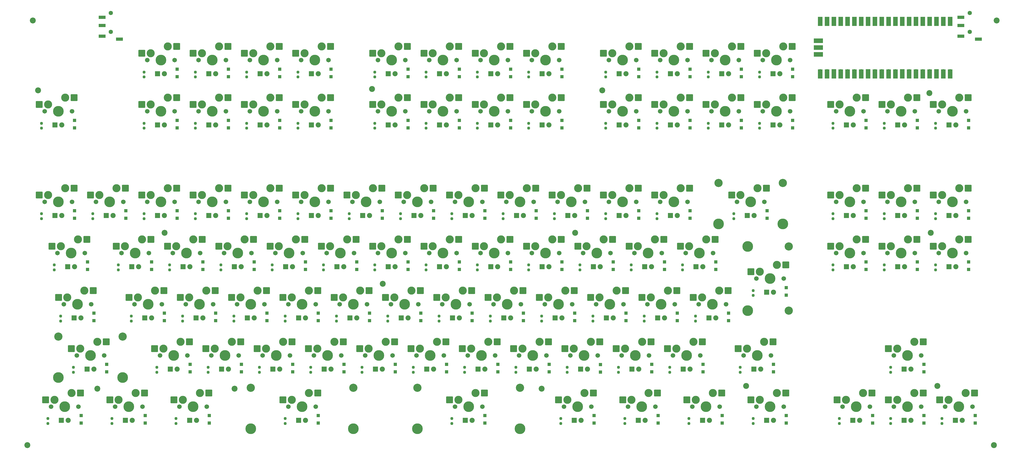
<source format=gbs>
G04 #@! TF.GenerationSoftware,KiCad,Pcbnew,7.0.6*
G04 #@! TF.CreationDate,2023-11-12T21:08:56+01:00*
G04 #@! TF.ProjectId,main,6d61696e-2e6b-4696-9361-645f70636258,rev?*
G04 #@! TF.SameCoordinates,Original*
G04 #@! TF.FileFunction,Soldermask,Bot*
G04 #@! TF.FilePolarity,Negative*
%FSLAX46Y46*%
G04 Gerber Fmt 4.6, Leading zero omitted, Abs format (unit mm)*
G04 Created by KiCad (PCBNEW 7.0.6) date 2023-11-12 21:08:56*
%MOMM*%
%LPD*%
G01*
G04 APERTURE LIST*
G04 Aperture macros list*
%AMRoundRect*
0 Rectangle with rounded corners*
0 $1 Rounding radius*
0 $2 $3 $4 $5 $6 $7 $8 $9 X,Y pos of 4 corners*
0 Add a 4 corners polygon primitive as box body*
4,1,4,$2,$3,$4,$5,$6,$7,$8,$9,$2,$3,0*
0 Add four circle primitives for the rounded corners*
1,1,$1+$1,$2,$3*
1,1,$1+$1,$4,$5*
1,1,$1+$1,$6,$7*
1,1,$1+$1,$8,$9*
0 Add four rect primitives between the rounded corners*
20,1,$1+$1,$2,$3,$4,$5,0*
20,1,$1+$1,$4,$5,$6,$7,0*
20,1,$1+$1,$6,$7,$8,$9,0*
20,1,$1+$1,$8,$9,$2,$3,0*%
G04 Aperture macros list end*
%ADD10R,1.905000X1.905000*%
%ADD11C,1.905000*%
%ADD12C,2.200000*%
%ADD13C,1.701800*%
%ADD14C,3.000000*%
%ADD15C,3.987800*%
%ADD16RoundRect,0.200000X-1.075000X-1.050000X1.075000X-1.050000X1.075000X1.050000X-1.075000X1.050000X0*%
%ADD17C,3.048000*%
%ADD18RoundRect,0.237500X0.237500X-0.250000X0.237500X0.250000X-0.237500X0.250000X-0.237500X-0.250000X0*%
%ADD19R,1.200000X1.200000*%
%ADD20C,1.600000*%
%ADD21R,2.500000X1.200000*%
%ADD22O,1.700000X1.700000*%
%ADD23R,1.700000X3.500000*%
%ADD24R,1.700000X1.700000*%
%ADD25R,3.500000X1.700000*%
G04 APERTURE END LIST*
D10*
X278765000Y-121920000D03*
D11*
X281305000Y-121920000D03*
D12*
X34397500Y-56330000D03*
X221397500Y-167330000D03*
D13*
X170180000Y-97790000D03*
D14*
X171450000Y-95250000D03*
D15*
X175260000Y-97790000D03*
D14*
X177800000Y-92710000D03*
D13*
X180340000Y-97790000D03*
D16*
X168175000Y-95250000D03*
X181102000Y-92710000D03*
D13*
X217805000Y-116840000D03*
D14*
X219075000Y-114300000D03*
D15*
X222885000Y-116840000D03*
D14*
X225425000Y-111760000D03*
D13*
X227965000Y-116840000D03*
D16*
X215800000Y-114300000D03*
X228727000Y-111760000D03*
D12*
X243897500Y-56330000D03*
D13*
X74930000Y-45115000D03*
D14*
X76200000Y-42575000D03*
D15*
X80010000Y-45115000D03*
D14*
X82550000Y-40035000D03*
D13*
X85090000Y-45115000D03*
D16*
X72925000Y-42575000D03*
X85852000Y-40035000D03*
D10*
X164465000Y-69245000D03*
D11*
X167005000Y-69245000D03*
D13*
X352224000Y-154940000D03*
D14*
X353494000Y-152400000D03*
D15*
X357304000Y-154940000D03*
D14*
X359844000Y-149860000D03*
D13*
X362384000Y-154940000D03*
D16*
X350219000Y-152400000D03*
X363146000Y-149860000D03*
D13*
X241617500Y-135890000D03*
D14*
X242887500Y-133350000D03*
D15*
X246697500Y-135890000D03*
D14*
X249237500Y-130810000D03*
D13*
X251777500Y-135890000D03*
D16*
X239612500Y-133350000D03*
X252539500Y-130810000D03*
D13*
X179705000Y-64165000D03*
D14*
X180975000Y-61625000D03*
D15*
X184785000Y-64165000D03*
D14*
X187325000Y-59085000D03*
D13*
X189865000Y-64165000D03*
D16*
X177700000Y-61625000D03*
X190627000Y-59085000D03*
D12*
X56397500Y-167330000D03*
D10*
X288290000Y-69245000D03*
D11*
X290830000Y-69245000D03*
D10*
X288290000Y-50195000D03*
D11*
X290830000Y-50195000D03*
D13*
X136842500Y-154940000D03*
D14*
X138112500Y-152400000D03*
D15*
X141922500Y-154940000D03*
D14*
X144462500Y-149860000D03*
D13*
X147002500Y-154940000D03*
D16*
X134837500Y-152400000D03*
X147764500Y-149860000D03*
D10*
X93027500Y-140970000D03*
D11*
X95567500Y-140970000D03*
D10*
X353653000Y-102870000D03*
D11*
X356193000Y-102870000D03*
D10*
X121602500Y-160020000D03*
D11*
X124142500Y-160020000D03*
D13*
X349843000Y-64165000D03*
D14*
X351113000Y-61625000D03*
D15*
X354923000Y-64165000D03*
D14*
X357463000Y-59085000D03*
D13*
X360003000Y-64165000D03*
D16*
X347838000Y-61625000D03*
X360765000Y-59085000D03*
D13*
X160655000Y-45115000D03*
D14*
X161925000Y-42575000D03*
D15*
X165735000Y-45115000D03*
D14*
X168275000Y-40035000D03*
D13*
X170815000Y-45115000D03*
D16*
X158650000Y-42575000D03*
X171577000Y-40035000D03*
D10*
X88265000Y-121920000D03*
D11*
X90805000Y-121920000D03*
D10*
X135890000Y-50195000D03*
D11*
X138430000Y-50195000D03*
D10*
X116840000Y-102870000D03*
D11*
X119380000Y-102870000D03*
D10*
X356034000Y-179070000D03*
D11*
X358574000Y-179070000D03*
D10*
X52546250Y-160020000D03*
D11*
X55086250Y-160020000D03*
D13*
X217805000Y-45115000D03*
D14*
X219075000Y-42575000D03*
D15*
X222885000Y-45115000D03*
D14*
X225425000Y-40035000D03*
D13*
X227965000Y-45115000D03*
D16*
X215800000Y-42575000D03*
X228727000Y-40035000D03*
D10*
X281146250Y-179070000D03*
D11*
X283686250Y-179070000D03*
D10*
X334603000Y-69245000D03*
D11*
X337143000Y-69245000D03*
D13*
X296386250Y-154940000D03*
D14*
X297656250Y-152400000D03*
D15*
X301466250Y-154940000D03*
D14*
X304006250Y-149860000D03*
D13*
X306546250Y-154940000D03*
D16*
X294381250Y-152400000D03*
X307308250Y-149860000D03*
D13*
X213042500Y-154940000D03*
D14*
X214312500Y-152400000D03*
D15*
X218122500Y-154940000D03*
D14*
X220662500Y-149860000D03*
D13*
X223202500Y-154940000D03*
D16*
X211037500Y-152400000D03*
X223964500Y-149860000D03*
D13*
X141605000Y-116840000D03*
D14*
X142875000Y-114300000D03*
D15*
X146685000Y-116840000D03*
D14*
X149225000Y-111760000D03*
D13*
X151765000Y-116840000D03*
D16*
X139600000Y-114300000D03*
X152527000Y-111760000D03*
D13*
X179705000Y-45115000D03*
D14*
X180975000Y-42575000D03*
D15*
X184785000Y-45115000D03*
D14*
X187325000Y-40035000D03*
D13*
X189865000Y-45115000D03*
D16*
X177700000Y-42575000D03*
X190627000Y-40035000D03*
D10*
X300196250Y-160020000D03*
D11*
X302736250Y-160020000D03*
D13*
X198755000Y-64165000D03*
D14*
X200025000Y-61625000D03*
D15*
X203835000Y-64165000D03*
D14*
X206375000Y-59085000D03*
D13*
X208915000Y-64165000D03*
D16*
X196750000Y-61625000D03*
X209677000Y-59085000D03*
D13*
X127317500Y-135890000D03*
D14*
X128587500Y-133350000D03*
D15*
X132397500Y-135890000D03*
D14*
X134937500Y-130810000D03*
D13*
X137477500Y-135890000D03*
D16*
X125312500Y-133350000D03*
X138239500Y-130810000D03*
D10*
X372703000Y-69245000D03*
D11*
X375243000Y-69245000D03*
D10*
X193040000Y-102870000D03*
D11*
X195580000Y-102870000D03*
D10*
X116840000Y-69245000D03*
D11*
X119380000Y-69245000D03*
D13*
X333174000Y-173990000D03*
D14*
X334444000Y-171450000D03*
D15*
X338254000Y-173990000D03*
D14*
X340794000Y-168910000D03*
D13*
X343334000Y-173990000D03*
D16*
X331169000Y-171450000D03*
X344096000Y-168910000D03*
D13*
X93980000Y-45115000D03*
D14*
X95250000Y-42575000D03*
D15*
X99060000Y-45115000D03*
D14*
X101600000Y-40035000D03*
D13*
X104140000Y-45115000D03*
D16*
X91975000Y-42575000D03*
X104902000Y-40035000D03*
D13*
X122555000Y-116840000D03*
D14*
X123825000Y-114300000D03*
D15*
X127635000Y-116840000D03*
D14*
X130175000Y-111760000D03*
D13*
X132715000Y-116840000D03*
D16*
X120550000Y-114300000D03*
X133477000Y-111760000D03*
D10*
X78740000Y-50195000D03*
D11*
X81280000Y-50195000D03*
D12*
X107397500Y-167330000D03*
X365397500Y-57330000D03*
D17*
X175260000Y-167005000D03*
D15*
X175260000Y-182245000D03*
D13*
X189230000Y-173990000D03*
D14*
X190500000Y-171450000D03*
D15*
X194310000Y-173990000D03*
D14*
X196850000Y-168910000D03*
D13*
X199390000Y-173990000D03*
D17*
X213360000Y-167005000D03*
D15*
X213360000Y-182245000D03*
D16*
X187225000Y-171450000D03*
X200152000Y-168910000D03*
D13*
X265430000Y-97790000D03*
D14*
X266700000Y-95250000D03*
D15*
X270510000Y-97790000D03*
D14*
X273050000Y-92710000D03*
D13*
X275590000Y-97790000D03*
D16*
X263425000Y-95250000D03*
X276352000Y-92710000D03*
D13*
X113030000Y-45115000D03*
D14*
X114300000Y-42575000D03*
D15*
X118110000Y-45115000D03*
D14*
X120650000Y-40035000D03*
D13*
X123190000Y-45115000D03*
D16*
X111025000Y-42575000D03*
X123952000Y-40035000D03*
D13*
X160655000Y-116840000D03*
D14*
X161925000Y-114300000D03*
D15*
X165735000Y-116840000D03*
D14*
X168275000Y-111760000D03*
D13*
X170815000Y-116840000D03*
D16*
X158650000Y-114300000D03*
X171577000Y-111760000D03*
D10*
X202565000Y-69245000D03*
D11*
X205105000Y-69245000D03*
D13*
X63023750Y-173990000D03*
D14*
X64293750Y-171450000D03*
D15*
X68103750Y-173990000D03*
D14*
X70643750Y-168910000D03*
D13*
X73183750Y-173990000D03*
D16*
X61018750Y-171450000D03*
X73945750Y-168910000D03*
D10*
X250190000Y-50195000D03*
D11*
X252730000Y-50195000D03*
D13*
X93980000Y-64165000D03*
D14*
X95250000Y-61625000D03*
D15*
X99060000Y-64165000D03*
D14*
X101600000Y-59085000D03*
D13*
X104140000Y-64165000D03*
D16*
X91975000Y-61625000D03*
X104902000Y-59085000D03*
D10*
X131127500Y-179070000D03*
D11*
X133667500Y-179070000D03*
D10*
X188277500Y-140970000D03*
D11*
X190817500Y-140970000D03*
D13*
X232092500Y-154940000D03*
D14*
X233362500Y-152400000D03*
D15*
X237172500Y-154940000D03*
D14*
X239712500Y-149860000D03*
D13*
X242252500Y-154940000D03*
D16*
X230087500Y-152400000D03*
X243014500Y-149860000D03*
D10*
X173990000Y-102870000D03*
D11*
X176530000Y-102870000D03*
D10*
X102552500Y-160020000D03*
D11*
X105092500Y-160020000D03*
D13*
X165417500Y-135890000D03*
D14*
X166687500Y-133350000D03*
D15*
X170497500Y-135890000D03*
D14*
X173037500Y-130810000D03*
D13*
X175577500Y-135890000D03*
D16*
X163412500Y-133350000D03*
X176339500Y-130810000D03*
D10*
X45402500Y-121920000D03*
D11*
X47942500Y-121920000D03*
D17*
X113347500Y-167005000D03*
D15*
X113347500Y-182245000D03*
D13*
X127317500Y-173990000D03*
D14*
X128587500Y-171450000D03*
D15*
X132397500Y-173990000D03*
D14*
X134937500Y-168910000D03*
D13*
X137477500Y-173990000D03*
D17*
X151447500Y-167005000D03*
D15*
X151447500Y-182245000D03*
D16*
X125312500Y-171450000D03*
X138239500Y-168910000D03*
D10*
X164465000Y-50195000D03*
D11*
X167005000Y-50195000D03*
D10*
X140652500Y-160020000D03*
D11*
X143192500Y-160020000D03*
D10*
X202565000Y-121920000D03*
D11*
X205105000Y-121920000D03*
D10*
X97790000Y-69245000D03*
D11*
X100330000Y-69245000D03*
D10*
X193040000Y-179070000D03*
D11*
X195580000Y-179070000D03*
D10*
X212090000Y-102870000D03*
D11*
X214630000Y-102870000D03*
D13*
X74930000Y-64165000D03*
D14*
X76200000Y-61625000D03*
D15*
X80010000Y-64165000D03*
D14*
X82550000Y-59085000D03*
D13*
X85090000Y-64165000D03*
D16*
X72925000Y-61625000D03*
X85852000Y-59085000D03*
D13*
X70167500Y-135890000D03*
D14*
X71437500Y-133350000D03*
D15*
X75247500Y-135890000D03*
D14*
X77787500Y-130810000D03*
D13*
X80327500Y-135890000D03*
D16*
X68162500Y-133350000D03*
X81089500Y-130810000D03*
D13*
X265430000Y-64165000D03*
D14*
X266700000Y-61625000D03*
D15*
X270510000Y-64165000D03*
D14*
X273050000Y-59085000D03*
D13*
X275590000Y-64165000D03*
D16*
X263425000Y-61625000D03*
X276352000Y-59085000D03*
D10*
X59690000Y-102870000D03*
D11*
X62230000Y-102870000D03*
D10*
X112077500Y-140970000D03*
D11*
X114617500Y-140970000D03*
D10*
X150177500Y-140970000D03*
D11*
X152717500Y-140970000D03*
D12*
X297397500Y-166330000D03*
D13*
X222567500Y-135890000D03*
D14*
X223837500Y-133350000D03*
D15*
X227647500Y-135890000D03*
D14*
X230187500Y-130810000D03*
D13*
X232727500Y-135890000D03*
D16*
X220562500Y-133350000D03*
X233489500Y-130810000D03*
D13*
X79692500Y-154940000D03*
D14*
X80962500Y-152400000D03*
D15*
X84772500Y-154940000D03*
D14*
X87312500Y-149860000D03*
D13*
X89852500Y-154940000D03*
D16*
X77687500Y-152400000D03*
X90614500Y-149860000D03*
D13*
X251142500Y-154940000D03*
D14*
X252412500Y-152400000D03*
D15*
X256222500Y-154940000D03*
D14*
X258762500Y-149860000D03*
D13*
X261302500Y-154940000D03*
D16*
X249137500Y-152400000D03*
X262064500Y-149860000D03*
D13*
X246380000Y-45115000D03*
D14*
X247650000Y-42575000D03*
D15*
X251460000Y-45115000D03*
D14*
X254000000Y-40035000D03*
D13*
X256540000Y-45115000D03*
D16*
X244375000Y-42575000D03*
X257302000Y-40035000D03*
D13*
X217805000Y-64165000D03*
D14*
X219075000Y-61625000D03*
D15*
X222885000Y-64165000D03*
D14*
X225425000Y-59085000D03*
D13*
X227965000Y-64165000D03*
D16*
X215800000Y-61625000D03*
X228727000Y-59085000D03*
D10*
X250190000Y-102870000D03*
D11*
X252730000Y-102870000D03*
D10*
X145415000Y-121920000D03*
D11*
X147955000Y-121920000D03*
D10*
X135890000Y-69245000D03*
D11*
X138430000Y-69245000D03*
D13*
X265430000Y-45115000D03*
D14*
X266700000Y-42575000D03*
D15*
X270510000Y-45115000D03*
D14*
X273050000Y-40035000D03*
D13*
X275590000Y-45115000D03*
D16*
X263425000Y-42575000D03*
X276352000Y-40035000D03*
D13*
X330793000Y-116840000D03*
D14*
X332063000Y-114300000D03*
D15*
X335873000Y-116840000D03*
D14*
X338413000Y-111760000D03*
D13*
X340953000Y-116840000D03*
D16*
X328788000Y-114300000D03*
X341715000Y-111760000D03*
D10*
X221615000Y-50195000D03*
D11*
X224155000Y-50195000D03*
D13*
X277336250Y-173990000D03*
D14*
X278606250Y-171450000D03*
D15*
X282416250Y-173990000D03*
D14*
X284956250Y-168910000D03*
D13*
X287496250Y-173990000D03*
D16*
X275331250Y-171450000D03*
X288258250Y-168910000D03*
D13*
X368893000Y-97790000D03*
D14*
X370163000Y-95250000D03*
D15*
X373973000Y-97790000D03*
D14*
X376513000Y-92710000D03*
D13*
X379053000Y-97790000D03*
D16*
X366888000Y-95250000D03*
X379815000Y-92710000D03*
D10*
X297815000Y-102870000D03*
D11*
X300355000Y-102870000D03*
D13*
X349843000Y-97790000D03*
D14*
X351113000Y-95250000D03*
D15*
X354923000Y-97790000D03*
D14*
X357463000Y-92710000D03*
D13*
X360003000Y-97790000D03*
D16*
X347838000Y-95250000D03*
X360765000Y-92710000D03*
D13*
X86836250Y-173990000D03*
D14*
X88106250Y-171450000D03*
D15*
X91916250Y-173990000D03*
D14*
X94456250Y-168910000D03*
D13*
X96996250Y-173990000D03*
D16*
X84831250Y-171450000D03*
X97758250Y-168910000D03*
D10*
X97790000Y-50195000D03*
D11*
X100330000Y-50195000D03*
D13*
X55880000Y-97790000D03*
D14*
X57150000Y-95250000D03*
D15*
X60960000Y-97790000D03*
D14*
X63500000Y-92710000D03*
D13*
X66040000Y-97790000D03*
D16*
X53875000Y-95250000D03*
X66802000Y-92710000D03*
D10*
X47783750Y-140970000D03*
D11*
X50323750Y-140970000D03*
D10*
X304958750Y-131445000D03*
D11*
X307498750Y-131445000D03*
D13*
X255905000Y-116840000D03*
D14*
X257175000Y-114300000D03*
D15*
X260985000Y-116840000D03*
D14*
X263525000Y-111760000D03*
D13*
X266065000Y-116840000D03*
D16*
X253900000Y-114300000D03*
X266827000Y-111760000D03*
D13*
X160655000Y-64165000D03*
D14*
X161925000Y-61625000D03*
D15*
X165735000Y-64165000D03*
D14*
X168275000Y-59085000D03*
D13*
X170815000Y-64165000D03*
D16*
X158650000Y-61625000D03*
X171577000Y-59085000D03*
D13*
X65405000Y-116840000D03*
D14*
X66675000Y-114300000D03*
D15*
X70485000Y-116840000D03*
D14*
X73025000Y-111760000D03*
D13*
X75565000Y-116840000D03*
D16*
X63400000Y-114300000D03*
X76327000Y-111760000D03*
D10*
X159702500Y-160020000D03*
D11*
X162242500Y-160020000D03*
D13*
X132080000Y-64165000D03*
D14*
X133350000Y-61625000D03*
D15*
X137160000Y-64165000D03*
D14*
X139700000Y-59085000D03*
D13*
X142240000Y-64165000D03*
D16*
X130075000Y-61625000D03*
X143002000Y-59085000D03*
D10*
X40640000Y-102870000D03*
D11*
X43180000Y-102870000D03*
D10*
X269240000Y-102870000D03*
D11*
X271780000Y-102870000D03*
D10*
X183515000Y-69245000D03*
D11*
X186055000Y-69245000D03*
D13*
X198755000Y-116840000D03*
D14*
X200025000Y-114300000D03*
D15*
X203835000Y-116840000D03*
D14*
X206375000Y-111760000D03*
D13*
X208915000Y-116840000D03*
D16*
X196750000Y-114300000D03*
X209677000Y-111760000D03*
D13*
X301148750Y-173990000D03*
D14*
X302418750Y-171450000D03*
D15*
X306228750Y-173990000D03*
D14*
X308768750Y-168910000D03*
D13*
X311308750Y-173990000D03*
D16*
X299143750Y-171450000D03*
X312070750Y-168910000D03*
D10*
X78740000Y-102870000D03*
D11*
X81280000Y-102870000D03*
D10*
X307340000Y-69245000D03*
D11*
X309880000Y-69245000D03*
D10*
X233521250Y-179070000D03*
D11*
X236061250Y-179070000D03*
D10*
X183515000Y-50195000D03*
D11*
X186055000Y-50195000D03*
D13*
X349843000Y-116840000D03*
D14*
X351113000Y-114300000D03*
D15*
X354923000Y-116840000D03*
D14*
X357463000Y-111760000D03*
D13*
X360003000Y-116840000D03*
D16*
X347838000Y-114300000D03*
X360765000Y-111760000D03*
D10*
X216852500Y-160020000D03*
D11*
X219392500Y-160020000D03*
D10*
X269240000Y-69245000D03*
D11*
X271780000Y-69245000D03*
D13*
X132080000Y-97790000D03*
D14*
X133350000Y-95250000D03*
D15*
X137160000Y-97790000D03*
D14*
X139700000Y-92710000D03*
D13*
X142240000Y-97790000D03*
D16*
X130075000Y-95250000D03*
X143002000Y-92710000D03*
D10*
X83502500Y-160020000D03*
D11*
X86042500Y-160020000D03*
D10*
X356034000Y-160020000D03*
D11*
X358574000Y-160020000D03*
D12*
X390397500Y-30330000D03*
D10*
X336984000Y-179070000D03*
D11*
X339524000Y-179070000D03*
D13*
X246380000Y-64165000D03*
D14*
X247650000Y-61625000D03*
D15*
X251460000Y-64165000D03*
D14*
X254000000Y-59085000D03*
D13*
X256540000Y-64165000D03*
D16*
X244375000Y-61625000D03*
X257302000Y-59085000D03*
D13*
X368893000Y-116840000D03*
D14*
X370163000Y-114300000D03*
D15*
X373973000Y-116840000D03*
D14*
X376513000Y-111760000D03*
D13*
X379053000Y-116840000D03*
D16*
X366888000Y-114300000D03*
X379815000Y-111760000D03*
D10*
X126365000Y-121920000D03*
D11*
X128905000Y-121920000D03*
D12*
X162397500Y-128330000D03*
D10*
X169227500Y-140970000D03*
D11*
X171767500Y-140970000D03*
D17*
X41878250Y-147955000D03*
D15*
X41878250Y-163195000D03*
D13*
X48736250Y-154940000D03*
D14*
X50006250Y-152400000D03*
D15*
X53816250Y-154940000D03*
D14*
X56356250Y-149860000D03*
D13*
X58896250Y-154940000D03*
D17*
X65754250Y-147955000D03*
D15*
X65754250Y-163195000D03*
D16*
X46731250Y-152400000D03*
X59658250Y-149860000D03*
D10*
X107315000Y-121920000D03*
D11*
X109855000Y-121920000D03*
D10*
X207327500Y-140970000D03*
D11*
X209867500Y-140970000D03*
D10*
X131127500Y-140970000D03*
D11*
X133667500Y-140970000D03*
D13*
X330793000Y-97790000D03*
D14*
X332063000Y-95250000D03*
D15*
X335873000Y-97790000D03*
D14*
X338413000Y-92710000D03*
D13*
X340953000Y-97790000D03*
D16*
X328788000Y-95250000D03*
X341715000Y-92710000D03*
D10*
X73977500Y-140970000D03*
D11*
X76517500Y-140970000D03*
D10*
X254952500Y-160020000D03*
D11*
X257492500Y-160020000D03*
D10*
X90646250Y-179070000D03*
D11*
X93186250Y-179070000D03*
D13*
X89217500Y-135890000D03*
D14*
X90487500Y-133350000D03*
D15*
X94297500Y-135890000D03*
D14*
X96837500Y-130810000D03*
D13*
X99377500Y-135890000D03*
D16*
X87212500Y-133350000D03*
X100139500Y-130810000D03*
D13*
X279717500Y-135890000D03*
D14*
X280987500Y-133350000D03*
D15*
X284797500Y-135890000D03*
D14*
X287337500Y-130810000D03*
D13*
X289877500Y-135890000D03*
D16*
X277712500Y-133350000D03*
X290639500Y-130810000D03*
D10*
X259715000Y-121920000D03*
D11*
X262255000Y-121920000D03*
D10*
X231140000Y-102870000D03*
D11*
X233680000Y-102870000D03*
D13*
X184467500Y-135890000D03*
D14*
X185737500Y-133350000D03*
D15*
X189547500Y-135890000D03*
D14*
X192087500Y-130810000D03*
D13*
X194627500Y-135890000D03*
D16*
X182462500Y-133350000D03*
X195389500Y-130810000D03*
D13*
X352224000Y-173990000D03*
D14*
X353494000Y-171450000D03*
D15*
X357304000Y-173990000D03*
D14*
X359844000Y-168910000D03*
D13*
X362384000Y-173990000D03*
D16*
X350219000Y-171450000D03*
X363146000Y-168910000D03*
D10*
X250190000Y-69245000D03*
D11*
X252730000Y-69245000D03*
D10*
X257333750Y-179070000D03*
D11*
X259873750Y-179070000D03*
D10*
X353653000Y-69245000D03*
D11*
X356193000Y-69245000D03*
D12*
X389397500Y-188330000D03*
D13*
X193992500Y-154940000D03*
D14*
X195262500Y-152400000D03*
D15*
X199072500Y-154940000D03*
D14*
X201612500Y-149860000D03*
D13*
X204152500Y-154940000D03*
D16*
X191987500Y-152400000D03*
X204914500Y-149860000D03*
D10*
X372703000Y-102870000D03*
D11*
X375243000Y-102870000D03*
D13*
X43973750Y-135890000D03*
D14*
X45243750Y-133350000D03*
D15*
X49053750Y-135890000D03*
D14*
X51593750Y-130810000D03*
D13*
X54133750Y-135890000D03*
D16*
X41968750Y-133350000D03*
X54895750Y-130810000D03*
D10*
X164465000Y-121920000D03*
D11*
X167005000Y-121920000D03*
D17*
X287147000Y-90805000D03*
D15*
X287147000Y-106045000D03*
D13*
X294005000Y-97790000D03*
D14*
X295275000Y-95250000D03*
D15*
X299085000Y-97790000D03*
D14*
X301625000Y-92710000D03*
D13*
X304165000Y-97790000D03*
D17*
X311023000Y-90805000D03*
D15*
X311023000Y-106045000D03*
D16*
X292000000Y-95250000D03*
X304927000Y-92710000D03*
D10*
X334603000Y-102870000D03*
D11*
X337143000Y-102870000D03*
D13*
X155892500Y-154940000D03*
D14*
X157162500Y-152400000D03*
D15*
X160972500Y-154940000D03*
D14*
X163512500Y-149860000D03*
D13*
X166052500Y-154940000D03*
D16*
X153887500Y-152400000D03*
X166814500Y-149860000D03*
D13*
X229711250Y-173990000D03*
D14*
X230981250Y-171450000D03*
D15*
X234791250Y-173990000D03*
D14*
X237331250Y-168910000D03*
D13*
X239871250Y-173990000D03*
D16*
X227706250Y-171450000D03*
X240633250Y-168910000D03*
D13*
X284480000Y-45115000D03*
D14*
X285750000Y-42575000D03*
D15*
X289560000Y-45115000D03*
D14*
X292100000Y-40035000D03*
D13*
X294640000Y-45115000D03*
D16*
X282475000Y-42575000D03*
X295402000Y-40035000D03*
D15*
X297973750Y-114427000D03*
X297973750Y-138303000D03*
D13*
X301148750Y-126365000D03*
D14*
X302418750Y-123825000D03*
D15*
X306228750Y-126365000D03*
D14*
X308768750Y-121285000D03*
D13*
X311308750Y-126365000D03*
D17*
X313213750Y-114427000D03*
X313213750Y-138303000D03*
D16*
X299143750Y-123825000D03*
X312070750Y-121285000D03*
D10*
X245427500Y-140970000D03*
D11*
X247967500Y-140970000D03*
D12*
X81397500Y-109330000D03*
D10*
X353653000Y-121920000D03*
D11*
X356193000Y-121920000D03*
D10*
X283527500Y-140970000D03*
D11*
X286067500Y-140970000D03*
D10*
X221615000Y-69245000D03*
D11*
X224155000Y-69245000D03*
D13*
X151130000Y-97790000D03*
D14*
X152400000Y-95250000D03*
D15*
X156210000Y-97790000D03*
D14*
X158750000Y-92710000D03*
D13*
X161290000Y-97790000D03*
D16*
X149125000Y-95250000D03*
X162052000Y-92710000D03*
D13*
X117792500Y-154940000D03*
D14*
X119062500Y-152400000D03*
D15*
X122872500Y-154940000D03*
D14*
X125412500Y-149860000D03*
D13*
X127952500Y-154940000D03*
D16*
X115787500Y-152400000D03*
X128714500Y-149860000D03*
D10*
X235902500Y-160020000D03*
D11*
X238442500Y-160020000D03*
D13*
X203517500Y-135890000D03*
D14*
X204787500Y-133350000D03*
D15*
X208597500Y-135890000D03*
D14*
X211137500Y-130810000D03*
D13*
X213677500Y-135890000D03*
D16*
X201512500Y-133350000D03*
X214439500Y-130810000D03*
D13*
X84455000Y-116840000D03*
D14*
X85725000Y-114300000D03*
D15*
X89535000Y-116840000D03*
D14*
X92075000Y-111760000D03*
D13*
X94615000Y-116840000D03*
D16*
X82450000Y-114300000D03*
X95377000Y-111760000D03*
D13*
X93980000Y-97790000D03*
D14*
X95250000Y-95250000D03*
D15*
X99060000Y-97790000D03*
D14*
X101600000Y-92710000D03*
D13*
X104140000Y-97790000D03*
D16*
X91975000Y-95250000D03*
X104902000Y-92710000D03*
D10*
X240665000Y-121920000D03*
D11*
X243205000Y-121920000D03*
D13*
X179705000Y-116840000D03*
D14*
X180975000Y-114300000D03*
D15*
X184785000Y-116840000D03*
D14*
X187325000Y-111760000D03*
D13*
X189865000Y-116840000D03*
D16*
X177700000Y-114300000D03*
X190627000Y-111760000D03*
D13*
X132080000Y-45115000D03*
D14*
X133350000Y-42575000D03*
D15*
X137160000Y-45115000D03*
D14*
X139700000Y-40035000D03*
D13*
X142240000Y-45115000D03*
D16*
X130075000Y-42575000D03*
X143002000Y-40035000D03*
D13*
X236855000Y-116840000D03*
D14*
X238125000Y-114300000D03*
D15*
X241935000Y-116840000D03*
D14*
X244475000Y-111760000D03*
D13*
X247015000Y-116840000D03*
D16*
X234850000Y-114300000D03*
X247777000Y-111760000D03*
D13*
X198755000Y-45115000D03*
D14*
X200025000Y-42575000D03*
D15*
X203835000Y-45115000D03*
D14*
X206375000Y-40035000D03*
D13*
X208915000Y-45115000D03*
D16*
X196750000Y-42575000D03*
X209677000Y-40035000D03*
D10*
X264477500Y-140970000D03*
D11*
X267017500Y-140970000D03*
D10*
X97790000Y-102870000D03*
D11*
X100330000Y-102870000D03*
D13*
X368893000Y-64165000D03*
D14*
X370163000Y-61625000D03*
D15*
X373973000Y-64165000D03*
D14*
X376513000Y-59085000D03*
D13*
X379053000Y-64165000D03*
D16*
X366888000Y-61625000D03*
X379815000Y-59085000D03*
D13*
X36830000Y-97790000D03*
D14*
X38100000Y-95250000D03*
D15*
X41910000Y-97790000D03*
D14*
X44450000Y-92710000D03*
D13*
X46990000Y-97790000D03*
D16*
X34825000Y-95250000D03*
X47752000Y-92710000D03*
D13*
X303530000Y-64165000D03*
D14*
X304800000Y-61625000D03*
D15*
X308610000Y-64165000D03*
D14*
X311150000Y-59085000D03*
D13*
X313690000Y-64165000D03*
D16*
X301525000Y-61625000D03*
X314452000Y-59085000D03*
D13*
X270192500Y-154940000D03*
D14*
X271462500Y-152400000D03*
D15*
X275272500Y-154940000D03*
D14*
X277812500Y-149860000D03*
D13*
X280352500Y-154940000D03*
D16*
X268187500Y-152400000D03*
X281114500Y-149860000D03*
D10*
X269240000Y-50195000D03*
D11*
X271780000Y-50195000D03*
D13*
X246380000Y-97790000D03*
D14*
X247650000Y-95250000D03*
D15*
X251460000Y-97790000D03*
D14*
X254000000Y-92710000D03*
D13*
X256540000Y-97790000D03*
D16*
X244375000Y-95250000D03*
X257302000Y-92710000D03*
D10*
X274002500Y-160020000D03*
D11*
X276542500Y-160020000D03*
D12*
X158397500Y-55830000D03*
D10*
X221615000Y-121920000D03*
D11*
X224155000Y-121920000D03*
D10*
X135890000Y-102870000D03*
D11*
X138430000Y-102870000D03*
D10*
X202565000Y-50195000D03*
D11*
X205105000Y-50195000D03*
D10*
X334603000Y-121920000D03*
D11*
X337143000Y-121920000D03*
D10*
X43021250Y-179070000D03*
D11*
X45561250Y-179070000D03*
D10*
X226377500Y-140970000D03*
D11*
X228917500Y-140970000D03*
D13*
X274955000Y-116840000D03*
D14*
X276225000Y-114300000D03*
D15*
X280035000Y-116840000D03*
D14*
X282575000Y-111760000D03*
D13*
X285115000Y-116840000D03*
D16*
X272950000Y-114300000D03*
X285877000Y-111760000D03*
D13*
X174942500Y-154940000D03*
D14*
X176212500Y-152400000D03*
D15*
X180022500Y-154940000D03*
D14*
X182562500Y-149860000D03*
D13*
X185102500Y-154940000D03*
D16*
X172937500Y-152400000D03*
X185864500Y-149860000D03*
D10*
X183515000Y-121920000D03*
D11*
X186055000Y-121920000D03*
D13*
X189230000Y-97790000D03*
D14*
X190500000Y-95250000D03*
D15*
X194310000Y-97790000D03*
D14*
X196850000Y-92710000D03*
D13*
X199390000Y-97790000D03*
D16*
X187225000Y-95250000D03*
X200152000Y-92710000D03*
D13*
X39211250Y-173990000D03*
D14*
X40481250Y-171450000D03*
D15*
X44291250Y-173990000D03*
D14*
X46831250Y-168910000D03*
D13*
X49371250Y-173990000D03*
D16*
X37206250Y-171450000D03*
X50133250Y-168910000D03*
D13*
X303530000Y-45115000D03*
D14*
X304800000Y-42575000D03*
D15*
X308610000Y-45115000D03*
D14*
X311150000Y-40035000D03*
D13*
X313690000Y-45115000D03*
D16*
X301525000Y-42575000D03*
X314452000Y-40035000D03*
D13*
X284480000Y-64165000D03*
D14*
X285750000Y-61625000D03*
D15*
X289560000Y-64165000D03*
D14*
X292100000Y-59085000D03*
D13*
X294640000Y-64165000D03*
D16*
X282475000Y-61625000D03*
X295402000Y-59085000D03*
D13*
X98742500Y-154940000D03*
D14*
X100012500Y-152400000D03*
D15*
X103822500Y-154940000D03*
D14*
X106362500Y-149860000D03*
D13*
X108902500Y-154940000D03*
D16*
X96737500Y-152400000D03*
X109664500Y-149860000D03*
D13*
X74930000Y-97790000D03*
D14*
X76200000Y-95250000D03*
D15*
X80010000Y-97790000D03*
D14*
X82550000Y-92710000D03*
D13*
X85090000Y-97790000D03*
D16*
X72925000Y-95250000D03*
X85852000Y-92710000D03*
D13*
X108267500Y-135890000D03*
D14*
X109537500Y-133350000D03*
D15*
X113347500Y-135890000D03*
D14*
X115887500Y-130810000D03*
D13*
X118427500Y-135890000D03*
D16*
X106262500Y-133350000D03*
X119189500Y-130810000D03*
D13*
X371274000Y-173990000D03*
D14*
X372544000Y-171450000D03*
D15*
X376354000Y-173990000D03*
D14*
X378894000Y-168910000D03*
D13*
X381434000Y-173990000D03*
D16*
X369269000Y-171450000D03*
X382196000Y-168910000D03*
D10*
X40640000Y-69245000D03*
D11*
X43180000Y-69245000D03*
D10*
X78740000Y-69245000D03*
D11*
X81280000Y-69245000D03*
D12*
X365897500Y-109330000D03*
D13*
X330793000Y-64165000D03*
D14*
X332063000Y-61625000D03*
D15*
X335873000Y-64165000D03*
D14*
X338413000Y-59085000D03*
D13*
X340953000Y-64165000D03*
D16*
X328788000Y-61625000D03*
X341715000Y-59085000D03*
D10*
X66833750Y-179070000D03*
D11*
X69373750Y-179070000D03*
D10*
X178752500Y-160020000D03*
D11*
X181292500Y-160020000D03*
D12*
X32397500Y-30330000D03*
D13*
X253523750Y-173990000D03*
D14*
X254793750Y-171450000D03*
D15*
X258603750Y-173990000D03*
D14*
X261143750Y-168910000D03*
D13*
X263683750Y-173990000D03*
D16*
X251518750Y-171450000D03*
X264445750Y-168910000D03*
D12*
X368397500Y-166330000D03*
X30397500Y-188330000D03*
D13*
X113030000Y-97790000D03*
D14*
X114300000Y-95250000D03*
D15*
X118110000Y-97790000D03*
D14*
X120650000Y-92710000D03*
D13*
X123190000Y-97790000D03*
D16*
X111025000Y-95250000D03*
X123952000Y-92710000D03*
D10*
X197802500Y-160020000D03*
D11*
X200342500Y-160020000D03*
D13*
X227330000Y-97790000D03*
D14*
X228600000Y-95250000D03*
D15*
X232410000Y-97790000D03*
D14*
X234950000Y-92710000D03*
D13*
X237490000Y-97790000D03*
D16*
X225325000Y-95250000D03*
X238252000Y-92710000D03*
D10*
X69215000Y-121920000D03*
D11*
X71755000Y-121920000D03*
D13*
X260667500Y-135890000D03*
D14*
X261937500Y-133350000D03*
D15*
X265747500Y-135890000D03*
D14*
X268287500Y-130810000D03*
D13*
X270827500Y-135890000D03*
D16*
X258662500Y-133350000D03*
X271589500Y-130810000D03*
D10*
X116840000Y-50195000D03*
D11*
X119380000Y-50195000D03*
D10*
X375084000Y-179070000D03*
D11*
X377624000Y-179070000D03*
D10*
X307340000Y-50195000D03*
D11*
X309880000Y-50195000D03*
D13*
X41592500Y-116840000D03*
D14*
X42862500Y-114300000D03*
D15*
X46672500Y-116840000D03*
D14*
X49212500Y-111760000D03*
D13*
X51752500Y-116840000D03*
D16*
X39587500Y-114300000D03*
X52514500Y-111760000D03*
D10*
X372703000Y-121920000D03*
D11*
X375243000Y-121920000D03*
D13*
X146367500Y-135890000D03*
D14*
X147637500Y-133350000D03*
D15*
X151447500Y-135890000D03*
D14*
X153987500Y-130810000D03*
D13*
X156527500Y-135890000D03*
D16*
X144362500Y-133350000D03*
X157289500Y-130810000D03*
D13*
X103505000Y-116840000D03*
D14*
X104775000Y-114300000D03*
D15*
X108585000Y-116840000D03*
D14*
X111125000Y-111760000D03*
D13*
X113665000Y-116840000D03*
D16*
X101500000Y-114300000D03*
X114427000Y-111760000D03*
D13*
X36830000Y-64165000D03*
D14*
X38100000Y-61625000D03*
D15*
X41910000Y-64165000D03*
D14*
X44450000Y-59085000D03*
D13*
X46990000Y-64165000D03*
D16*
X34825000Y-61625000D03*
X47752000Y-59085000D03*
D10*
X154940000Y-102870000D03*
D11*
X157480000Y-102870000D03*
D13*
X113030000Y-64165000D03*
D14*
X114300000Y-61625000D03*
D15*
X118110000Y-64165000D03*
D14*
X120650000Y-59085000D03*
D13*
X123190000Y-64165000D03*
D16*
X111025000Y-61625000D03*
X123952000Y-59085000D03*
D13*
X208280000Y-97790000D03*
D14*
X209550000Y-95250000D03*
D15*
X213360000Y-97790000D03*
D14*
X215900000Y-92710000D03*
D13*
X218440000Y-97790000D03*
D16*
X206275000Y-95250000D03*
X219202000Y-92710000D03*
D10*
X304958750Y-179070000D03*
D11*
X307498750Y-179070000D03*
D12*
X233897500Y-109330000D03*
D18*
X35640000Y-70427500D03*
X35640000Y-68602500D03*
X116602500Y-161202500D03*
X116602500Y-159377500D03*
D19*
X257510000Y-103930000D03*
X257510000Y-101130000D03*
X307516250Y-161080000D03*
X307516250Y-158280000D03*
X190835000Y-51255000D03*
X190835000Y-48455000D03*
D18*
X216615000Y-70427500D03*
X216615000Y-68602500D03*
X348653000Y-123102500D03*
X348653000Y-121277500D03*
D19*
X360973000Y-103930000D03*
X360973000Y-101130000D03*
D18*
X130890000Y-104052500D03*
X130890000Y-102227500D03*
X130890000Y-51377500D03*
X130890000Y-49552500D03*
D19*
X288466250Y-180130000D03*
X288466250Y-177330000D03*
D18*
X370084000Y-180252500D03*
X370084000Y-178427500D03*
D19*
X133685000Y-122980000D03*
X133685000Y-120180000D03*
D20*
X380397500Y-27580000D03*
X380397500Y-34580000D03*
D21*
X377147500Y-32180000D03*
X377147500Y-36180000D03*
X377147500Y-29180000D03*
X383647500Y-37280000D03*
D18*
X73740000Y-51377500D03*
X73740000Y-49552500D03*
D19*
X341923000Y-103930000D03*
X341923000Y-101130000D03*
D18*
X235665000Y-123102500D03*
X235665000Y-121277500D03*
X149940000Y-104052500D03*
X149940000Y-102227500D03*
X111840000Y-104052500D03*
X111840000Y-102227500D03*
X240427500Y-142152500D03*
X240427500Y-140327500D03*
D19*
X228935000Y-51255000D03*
X228935000Y-48455000D03*
D18*
X245190000Y-104052500D03*
X245190000Y-102227500D03*
D19*
X167022500Y-161080000D03*
X167022500Y-158280000D03*
X109872500Y-161080000D03*
X109872500Y-158280000D03*
D18*
X264240000Y-51377500D03*
X264240000Y-49552500D03*
X216615000Y-51377500D03*
X216615000Y-49552500D03*
X178515000Y-123102500D03*
X178515000Y-121277500D03*
D19*
X124160000Y-70305000D03*
X124160000Y-67505000D03*
D18*
X47546250Y-161202500D03*
X47546250Y-159377500D03*
X168990000Y-104052500D03*
X168990000Y-102227500D03*
D19*
X360973000Y-122980000D03*
X360973000Y-120180000D03*
X143210000Y-51255000D03*
X143210000Y-48455000D03*
D18*
X351034000Y-180252500D03*
X351034000Y-178427500D03*
X299958750Y-180252500D03*
X299958750Y-178427500D03*
D19*
X105110000Y-103930000D03*
X105110000Y-101130000D03*
X74153750Y-180130000D03*
X74153750Y-177330000D03*
X190835000Y-122980000D03*
X190835000Y-120180000D03*
D18*
X259477500Y-142152500D03*
X259477500Y-140327500D03*
X367703000Y-123102500D03*
X367703000Y-121277500D03*
X348653000Y-70427500D03*
X348653000Y-68602500D03*
X230902500Y-161202500D03*
X230902500Y-159377500D03*
X329603000Y-123102500D03*
X329603000Y-121277500D03*
X329603000Y-70427500D03*
X329603000Y-68602500D03*
D19*
X76535000Y-122980000D03*
X76535000Y-120180000D03*
D18*
X211852500Y-161202500D03*
X211852500Y-159377500D03*
X348653000Y-104052500D03*
X348653000Y-102227500D03*
D19*
X314660000Y-70305000D03*
X314660000Y-67505000D03*
D18*
X252333750Y-180252500D03*
X252333750Y-178427500D03*
D19*
X171785000Y-51255000D03*
X171785000Y-48455000D03*
X312278750Y-132505000D03*
X312278750Y-129705000D03*
D18*
X159465000Y-51377500D03*
X159465000Y-49552500D03*
D19*
X257510000Y-70305000D03*
X257510000Y-67505000D03*
X228935000Y-122980000D03*
X228935000Y-120180000D03*
D18*
X78502500Y-161202500D03*
X78502500Y-159377500D03*
X178515000Y-70427500D03*
X178515000Y-68602500D03*
D19*
X276560000Y-70305000D03*
X276560000Y-67505000D03*
D18*
X126127500Y-142152500D03*
X126127500Y-140327500D03*
D19*
X363354000Y-180130000D03*
X363354000Y-177330000D03*
D18*
X183277500Y-142152500D03*
X183277500Y-140327500D03*
X249952500Y-161202500D03*
X249952500Y-159377500D03*
D19*
X105110000Y-70305000D03*
X105110000Y-67505000D03*
X47960000Y-70305000D03*
X47960000Y-67505000D03*
X224172500Y-161080000D03*
X224172500Y-158280000D03*
X233697500Y-142030000D03*
X233697500Y-139230000D03*
D18*
X88027500Y-142152500D03*
X88027500Y-140327500D03*
X92790000Y-70427500D03*
X92790000Y-68602500D03*
X107077500Y-142152500D03*
X107077500Y-140327500D03*
X367703000Y-70427500D03*
X367703000Y-68602500D03*
X283290000Y-51377500D03*
X283290000Y-49552500D03*
X202327500Y-142152500D03*
X202327500Y-140327500D03*
D19*
X55103750Y-142030000D03*
X55103750Y-139230000D03*
D18*
X61833750Y-180252500D03*
X61833750Y-178427500D03*
X130890000Y-70427500D03*
X130890000Y-68602500D03*
D19*
X267035000Y-122980000D03*
X267035000Y-120180000D03*
X52722500Y-122980000D03*
X52722500Y-120180000D03*
D18*
X264240000Y-70427500D03*
X264240000Y-68602500D03*
X302340000Y-51377500D03*
X302340000Y-49552500D03*
X64215000Y-123102500D03*
X64215000Y-121277500D03*
D19*
X147972500Y-161080000D03*
X147972500Y-158280000D03*
D18*
X197565000Y-70427500D03*
X197565000Y-68602500D03*
X68977500Y-142152500D03*
X68977500Y-140327500D03*
D19*
X138447500Y-180130000D03*
X138447500Y-177330000D03*
D18*
X197565000Y-123102500D03*
X197565000Y-121277500D03*
X126127500Y-180252500D03*
X126127500Y-178427500D03*
D19*
X276560000Y-103930000D03*
X276560000Y-101130000D03*
X271797500Y-142030000D03*
X271797500Y-139230000D03*
D18*
X111840000Y-70427500D03*
X111840000Y-68602500D03*
X331984000Y-180252500D03*
X331984000Y-178427500D03*
D19*
X143210000Y-103930000D03*
X143210000Y-101130000D03*
D18*
X283290000Y-70427500D03*
X283290000Y-68602500D03*
X73740000Y-104052500D03*
X73740000Y-102227500D03*
X188040000Y-180252500D03*
X188040000Y-178427500D03*
X164227500Y-142152500D03*
X164227500Y-140327500D03*
D19*
X363354000Y-161080000D03*
X363354000Y-158280000D03*
D18*
X140415000Y-123102500D03*
X140415000Y-121277500D03*
X121365000Y-123102500D03*
X121365000Y-121277500D03*
D19*
X228935000Y-70305000D03*
X228935000Y-67505000D03*
D18*
X226140000Y-104052500D03*
X226140000Y-102227500D03*
D19*
X295610000Y-70305000D03*
X295610000Y-67505000D03*
X138447500Y-142030000D03*
X138447500Y-139230000D03*
X205122500Y-161080000D03*
X205122500Y-158280000D03*
X281322500Y-161080000D03*
X281322500Y-158280000D03*
X90822500Y-161080000D03*
X90822500Y-158280000D03*
X344304000Y-180130000D03*
X344304000Y-177330000D03*
D18*
X154702500Y-161202500D03*
X154702500Y-159377500D03*
D19*
X290847500Y-142030000D03*
X290847500Y-139230000D03*
D18*
X295196250Y-161202500D03*
X295196250Y-159377500D03*
D19*
X190835000Y-70305000D03*
X190835000Y-67505000D03*
X100347500Y-142030000D03*
X100347500Y-139230000D03*
X214647500Y-142030000D03*
X214647500Y-139230000D03*
X209885000Y-51255000D03*
X209885000Y-48455000D03*
D18*
X273765000Y-123102500D03*
X273765000Y-121277500D03*
X197565000Y-51377500D03*
X197565000Y-49552500D03*
D19*
X286085000Y-122980000D03*
X286085000Y-120180000D03*
D18*
X173752500Y-161202500D03*
X173752500Y-159377500D03*
D19*
X157497500Y-142030000D03*
X157497500Y-139230000D03*
X380023000Y-70305000D03*
X380023000Y-67505000D03*
D18*
X85646250Y-180252500D03*
X85646250Y-178427500D03*
D19*
X238460000Y-103930000D03*
X238460000Y-101130000D03*
D18*
X145177500Y-142152500D03*
X145177500Y-140327500D03*
X188040000Y-104052500D03*
X188040000Y-102227500D03*
D19*
X314660000Y-51255000D03*
X314660000Y-48455000D03*
X341923000Y-70305000D03*
X341923000Y-67505000D03*
D18*
X92790000Y-51377500D03*
X92790000Y-49552500D03*
X192802500Y-161202500D03*
X192802500Y-159377500D03*
D19*
X252747500Y-142040000D03*
X252747500Y-139240000D03*
X276560000Y-51255000D03*
X276560000Y-48455000D03*
X171785000Y-70305000D03*
X171785000Y-67505000D03*
D18*
X216615000Y-123102500D03*
X216615000Y-121277500D03*
X54690000Y-104052500D03*
X54690000Y-102227500D03*
D22*
X373097500Y-49330000D03*
D23*
X373097500Y-50230000D03*
D22*
X370557500Y-49330000D03*
D23*
X370557500Y-50230000D03*
D24*
X368017500Y-49330000D03*
D23*
X368017500Y-50230000D03*
D22*
X365477500Y-49330000D03*
D23*
X365477500Y-50230000D03*
D22*
X362937500Y-49330000D03*
D23*
X362937500Y-50230000D03*
D22*
X360397500Y-49330000D03*
D23*
X360397500Y-50230000D03*
D22*
X357857500Y-49330000D03*
D23*
X357857500Y-50230000D03*
D24*
X355317500Y-49330000D03*
D23*
X355317500Y-50230000D03*
D22*
X352777500Y-49330000D03*
D23*
X352777500Y-50230000D03*
D22*
X350237500Y-49330000D03*
D23*
X350237500Y-50230000D03*
D22*
X347697500Y-49330000D03*
D23*
X347697500Y-50230000D03*
D22*
X345157500Y-49330000D03*
D23*
X345157500Y-50230000D03*
D24*
X342617500Y-49330000D03*
D23*
X342617500Y-50230000D03*
D22*
X340077500Y-49330000D03*
D23*
X340077500Y-50230000D03*
D22*
X337537500Y-49330000D03*
D23*
X337537500Y-50230000D03*
D22*
X334997500Y-49330000D03*
D23*
X334997500Y-50230000D03*
D22*
X332457500Y-49330000D03*
D23*
X332457500Y-50230000D03*
D24*
X329917500Y-49330000D03*
D23*
X329917500Y-50230000D03*
D22*
X327377500Y-49330000D03*
D23*
X327377500Y-50230000D03*
D22*
X324837500Y-49330000D03*
D23*
X324837500Y-50230000D03*
D22*
X324837500Y-31550000D03*
D23*
X324837500Y-30650000D03*
D22*
X327377500Y-31550000D03*
D23*
X327377500Y-30650000D03*
D24*
X329917500Y-31550000D03*
D23*
X329917500Y-30650000D03*
D22*
X332457500Y-31550000D03*
D23*
X332457500Y-30650000D03*
D22*
X334997500Y-31550000D03*
D23*
X334997500Y-30650000D03*
D22*
X337537500Y-31550000D03*
D23*
X337537500Y-30650000D03*
D22*
X340077500Y-31550000D03*
D23*
X340077500Y-30650000D03*
D24*
X342617500Y-31550000D03*
D23*
X342617500Y-30650000D03*
D22*
X345157500Y-31550000D03*
D23*
X345157500Y-30650000D03*
D22*
X347697500Y-31550000D03*
D23*
X347697500Y-30650000D03*
D22*
X350237500Y-31550000D03*
D23*
X350237500Y-30650000D03*
D22*
X352777500Y-31550000D03*
D23*
X352777500Y-30650000D03*
D24*
X355317500Y-31550000D03*
D23*
X355317500Y-30650000D03*
D22*
X357857500Y-31550000D03*
D23*
X357857500Y-30650000D03*
D22*
X360397500Y-31550000D03*
D23*
X360397500Y-30650000D03*
D22*
X362937500Y-31550000D03*
D23*
X362937500Y-30650000D03*
D22*
X365477500Y-31550000D03*
D23*
X365477500Y-30650000D03*
D24*
X368017500Y-31550000D03*
D23*
X368017500Y-30650000D03*
D22*
X370557500Y-31550000D03*
D23*
X370557500Y-30650000D03*
D22*
X373097500Y-31550000D03*
D23*
X373097500Y-30650000D03*
D22*
X325067500Y-42980000D03*
D25*
X324167500Y-42980000D03*
D24*
X325067500Y-40440000D03*
D25*
X324167500Y-40440000D03*
D22*
X325067500Y-37900000D03*
D25*
X324167500Y-37900000D03*
D18*
X221377500Y-142152500D03*
X221377500Y-140327500D03*
D19*
X86060000Y-103930000D03*
X86060000Y-101130000D03*
X240841250Y-180130000D03*
X240841250Y-177330000D03*
X124160000Y-103930000D03*
X124160000Y-101130000D03*
D18*
X111840000Y-51377500D03*
X111840000Y-49552500D03*
X97552500Y-161202500D03*
X97552500Y-159377500D03*
D19*
X67010000Y-103930000D03*
X67010000Y-101130000D03*
X209885000Y-122980000D03*
X209885000Y-120180000D03*
D18*
X245190000Y-70427500D03*
X245190000Y-68602500D03*
D19*
X47960000Y-103930000D03*
X47960000Y-101130000D03*
X295610000Y-51255000D03*
X295610000Y-48455000D03*
X95585000Y-122980000D03*
X95585000Y-120180000D03*
D18*
X207090000Y-104052500D03*
X207090000Y-102227500D03*
X302340000Y-70427500D03*
X302340000Y-68602500D03*
D19*
X143210000Y-70305000D03*
X143210000Y-67505000D03*
X382404000Y-180130000D03*
X382404000Y-177330000D03*
X86060000Y-70305000D03*
X86060000Y-67505000D03*
D20*
X61397500Y-27580000D03*
X61397500Y-34580000D03*
D21*
X58147500Y-32180000D03*
X58147500Y-36180000D03*
X58147500Y-29180000D03*
X64647500Y-37280000D03*
D19*
X312278750Y-180130000D03*
X312278750Y-177330000D03*
D18*
X351034000Y-161202500D03*
X351034000Y-159377500D03*
D19*
X380023000Y-122980000D03*
X380023000Y-120180000D03*
D18*
X278527500Y-142152500D03*
X278527500Y-140327500D03*
D19*
X176547500Y-142030000D03*
X176547500Y-139230000D03*
D18*
X228521250Y-180252500D03*
X228521250Y-178427500D03*
D19*
X264653750Y-180130000D03*
X264653750Y-177330000D03*
X200360000Y-103930000D03*
X200360000Y-101130000D03*
X97966250Y-180130000D03*
X97966250Y-177330000D03*
X209885000Y-70305000D03*
X209885000Y-67505000D03*
D18*
X92790000Y-104052500D03*
X92790000Y-102227500D03*
X83265000Y-123102500D03*
X83265000Y-121277500D03*
D19*
X243280000Y-161140000D03*
X243280000Y-158340000D03*
X152735000Y-122980000D03*
X152735000Y-120180000D03*
D18*
X135652500Y-161202500D03*
X135652500Y-159377500D03*
X102315000Y-123102500D03*
X102315000Y-121277500D03*
X269002500Y-161202500D03*
X269002500Y-159377500D03*
D19*
X86060000Y-51255000D03*
X86060000Y-48455000D03*
X181310000Y-103930000D03*
X181310000Y-101130000D03*
X257510000Y-51255000D03*
X257510000Y-48455000D03*
X128922500Y-161080000D03*
X128922500Y-158280000D03*
X119397500Y-142030000D03*
X119397500Y-139230000D03*
X247985000Y-122980000D03*
X247985000Y-120180000D03*
D18*
X73740000Y-70427500D03*
X73740000Y-68602500D03*
X38021250Y-180252500D03*
X38021250Y-178427500D03*
D19*
X360973000Y-70305000D03*
X360973000Y-67505000D03*
D18*
X178515000Y-51377500D03*
X178515000Y-49552500D03*
D19*
X162260000Y-103930000D03*
X162260000Y-101130000D03*
D18*
X42783750Y-142152500D03*
X42783750Y-140327500D03*
D19*
X50341250Y-180130000D03*
X50341250Y-177330000D03*
D18*
X292815000Y-104052500D03*
X292815000Y-102227500D03*
X40402500Y-123102500D03*
X40402500Y-121277500D03*
D19*
X200360000Y-180130000D03*
X200360000Y-177330000D03*
X305135000Y-103930000D03*
X305135000Y-101130000D03*
D18*
X299958750Y-132627500D03*
X299958750Y-130802500D03*
D19*
X105110000Y-51255000D03*
X105110000Y-48455000D03*
X195597500Y-142030000D03*
X195597500Y-139230000D03*
X219410000Y-103930000D03*
X219410000Y-101130000D03*
D18*
X159465000Y-70427500D03*
X159465000Y-68602500D03*
D19*
X81297500Y-142030000D03*
X81297500Y-139230000D03*
X114635000Y-122980000D03*
X114635000Y-120180000D03*
D18*
X35640000Y-104052500D03*
X35640000Y-102227500D03*
D19*
X380023000Y-103930000D03*
X380023000Y-101130000D03*
X171785000Y-122980000D03*
X171785000Y-120180000D03*
D18*
X367703000Y-104052500D03*
X367703000Y-102227500D03*
D19*
X341923000Y-122980000D03*
X341923000Y-120180000D03*
X124160000Y-51255000D03*
X124160000Y-48455000D03*
D18*
X276146250Y-180252500D03*
X276146250Y-178427500D03*
X159465000Y-123102500D03*
X159465000Y-121277500D03*
X264240000Y-104052500D03*
X264240000Y-102227500D03*
X245190000Y-51377500D03*
X245190000Y-49552500D03*
X254715000Y-123102500D03*
X254715000Y-121277500D03*
D19*
X262272500Y-161080000D03*
X262272500Y-158280000D03*
X186072500Y-161080000D03*
X186072500Y-158280000D03*
X59866250Y-161080000D03*
X59866250Y-158280000D03*
D18*
X329603000Y-104052500D03*
X329603000Y-102227500D03*
M02*

</source>
